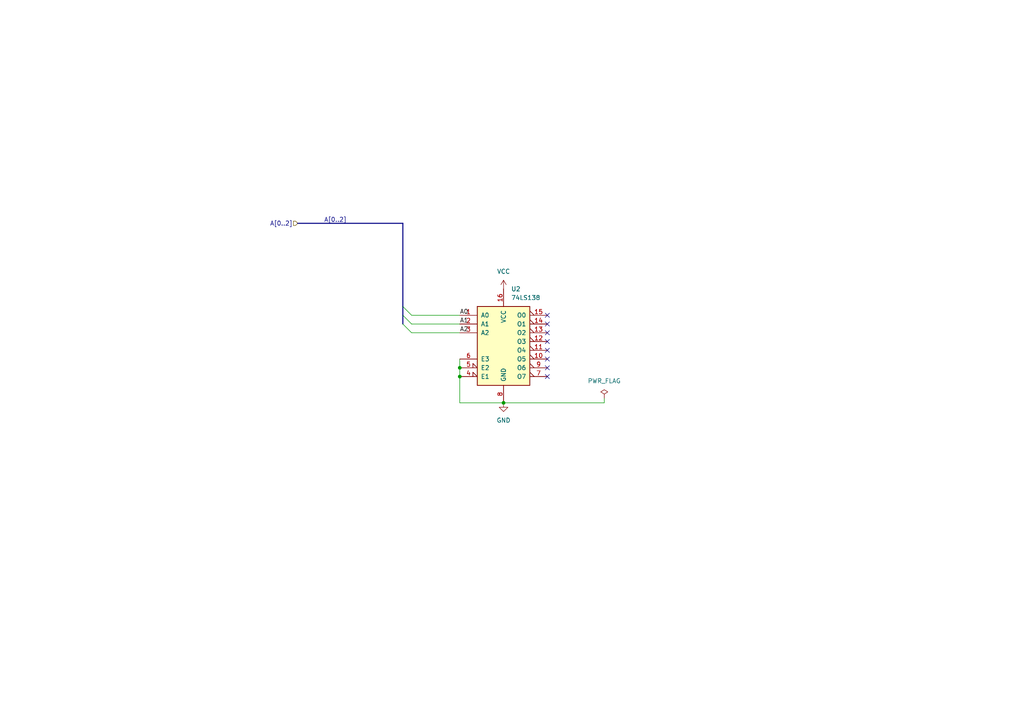
<source format=kicad_sch>
(kicad_sch (version 20230819) (generator eeschema)
  (paper "A4")
  (lib_symbols
    (symbol "74xx:74LS138" (pin_names (offset 1.016))
      (property "Reference" "U" (at -7.62 11.43 0))
      (property "Value" "74LS138" (at -7.62 -13.97 0))
      (symbol "74LS138_1_0"
        (pin input line (at -12.7 7.62 0) (length 5.08) (name "A0") (number "1"))
        (pin output output_low (at 12.7 -5.08 180) (length 5.08) (name "O5") (number "10"))
        (pin output output_low (at 12.7 -2.54 180) (length 5.08) (name "O4") (number "11"))
        (pin output output_low (at 12.7 0 180) (length 5.08) (name "O3") (number "12"))
        (pin output output_low (at 12.7 2.54 180) (length 5.08) (name "O2") (number "13"))
        (pin output output_low (at 12.7 5.08 180) (length 5.08) (name "O1") (number "14"))
        (pin output output_low (at 12.7 7.62 180) (length 5.08) (name "O0") (number "15"))
        (pin power_in line (at 0 15.24 270) (length 5.08) (name "VCC") (number "16"))
        (pin input line (at -12.7 5.08 0) (length 5.08) (name "A1") (number "2"))
        (pin input line (at -12.7 2.54 0) (length 5.08) (name "A2") (number "3"))
        (pin input input_low (at -12.7 -10.16 0) (length 5.08) (name "E1") (number "4"))
        (pin input input_low (at -12.7 -7.62 0) (length 5.08) (name "E2") (number "5"))
        (pin input line (at -12.7 -5.08 0) (length 5.08) (name "E3") (number "6"))
        (pin output output_low (at 12.7 -10.16 180) (length 5.08) (name "O7") (number "7"))
        (pin power_in line (at 0 -17.78 90) (length 5.08) (name "GND") (number "8"))
        (pin output output_low (at 12.7 -7.62 180) (length 5.08) (name "O6") (number "9"))
      )
      (symbol "74LS138_1_1"
        (rectangle (start -7.62 10.16) (end 7.62 -12.7) (stroke (width 0.254)) (fill (type background)))
      )
    )
    (symbol "power:GND" (power) (pin_names (offset 0))
      (property "Value" "GND" (at 0 -3.81 0))
      (symbol "GND_0_1"
        (polyline (pts (xy 0 0) (xy 0 -1.27) (xy 1.27 -1.27) (xy 0 -2.54) (xy -1.27 -1.27) (xy 0 -1.27)))
      )
      (symbol "GND_1_1"
        (pin power_in line (at 0 0 270) (length 0) hide (name "GND") (number "1"))
      )
    )
    (symbol "power:PWR_FLAG" (power) (pin_numbers hide) (pin_names (offset 0) hide)
      (property "Value" "PWR_FLAG" (at 0 3.81 0))
      (symbol "PWR_FLAG_0_0"
        (pin power_out line (at 0 0 90) (length 0) (name "pwr") (number "1"))
      )
      (symbol "PWR_FLAG_0_1"
        (polyline (pts (xy 0 0) (xy 0 1.27) (xy -1.016 1.905) (xy 0 2.54) (xy 1.016 1.905) (xy 0 1.27)))
      )
    )
    (symbol "power:VCC" (power) (pin_names (offset 0))
      (property "Value" "VCC" (at 0 3.81 0))
      (symbol "VCC_0_1"
        (polyline (pts (xy -0.762 1.27) (xy 0 2.54)))
        (polyline (pts (xy 0 0) (xy 0 2.54)))
        (polyline (pts (xy 0 2.54) (xy 0.762 1.27)))
      )
      (symbol "VCC_1_1"
        (pin power_in line (at 0 0 90) (length 0) hide (name "VCC") (number "1"))
      )
    )
  )
  (junction (at 133.35 106.68))
  (junction (at 146.05 116.84))
  (junction (at 133.35 109.22))
  (no_connect (at 158.75 106.68))
  (no_connect (at 158.75 109.22))
  (no_connect (at 158.75 99.06))
  (no_connect (at 158.75 96.52))
  (no_connect (at 158.75 101.6))
  (no_connect (at 158.75 93.98))
  (no_connect (at 158.75 91.44))
  (no_connect (at 158.75 104.14))
  (bus_entry (at 116.84 88.9) (size 2.54 2.54))
  (bus_entry (at 116.84 93.98) (size 2.54 2.54))
  (bus_entry (at 116.84 91.44) (size 2.54 2.54))
  (wire (pts (xy 133.35 109.22) (xy 133.35 116.84)))
  (bus (pts (xy 86.36 64.77) (xy 116.84 64.77)))
  (bus (pts (xy 116.84 91.44) (xy 116.84 93.98)))
  (bus (pts (xy 116.84 88.9) (xy 116.84 91.44)))
  (wire (pts (xy 146.05 116.84) (xy 175.26 116.84)))
  (wire (pts (xy 175.26 116.84) (xy 175.26 115.57)))
  (wire (pts (xy 133.35 116.84) (xy 146.05 116.84)))
  (wire (pts (xy 119.38 93.98) (xy 133.35 93.98)))
  (wire (pts (xy 133.35 106.68) (xy 133.35 109.22)))
  (bus (pts (xy 116.84 64.77) (xy 116.84 88.9)))
  (wire (pts (xy 119.38 91.44) (xy 133.35 91.44)))
  (wire (pts (xy 119.38 96.52) (xy 133.35 96.52)))
  (wire (pts (xy 133.35 104.14) (xy 133.35 106.68)))
  (label "A1" (at 133.35 93.98 0))
  (label "A[0..2]" (at 93.98 64.77 0))
  (label "A2" (at 133.35 96.52 0))
  (label "A0" (at 133.35 91.44 0))
  (hierarchical_label "A[0..2]" (shape input) (at 86.36 64.77 180))
  (symbol (lib_id "power:PWR_FLAG") (at 175.26 115.57 0) (unit 1)
    (property "Reference" "#FLG02" (effects hide))
    (property "Value" "PWR_FLAG" (at 175.26 110.49 0))
    (property "Description" "Special symbol for telling ERC where power comes from" (effects hide))
  )
  (symbol (lib_id "power:VCC") (at 146.05 83.82 0) (unit 1)
    (property "Reference" "#PWR05" (effects hide))
    (property "Value" "VCC" (at 146.05 78.74 0))
    (property "Description" "Power symbol creates a global label with name \"VCC\"" (effects hide))
  )
  (symbol (lib_id "power:GND") (at 146.05 116.84 0) (unit 1)
    (property "Reference" "#PWR06" (effects hide))
    (property "Value" "GND" (at 146.05 121.92 0))
    (property "Description" "Power symbol creates a global label with name \"GND\" , ground" (effects hide))
  )
  (symbol (lib_id "74xx:74LS138") (at 146.05 99.06 0) (unit 1)
    (property "Reference" "U2" (at 148.2441 83.82 0) (effects (justify left)))
    (property "Value" "74LS138" (at 148.2441 86.36 0) (effects (justify left)))
    (property "Datasheet" "http://www.ti.com/lit/gpn/sn74LS138" (effects hide))
    (property "Description" "Decoder 3 to 8 active low outputs" (effects hide))
  )
)
</source>
